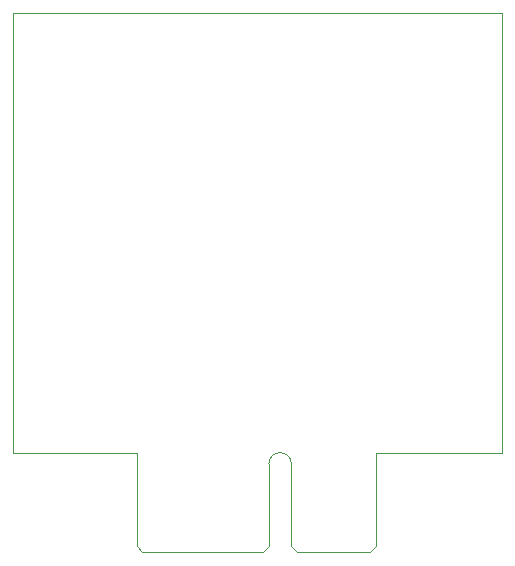
<source format=gbr>
%TF.GenerationSoftware,KiCad,Pcbnew,(6.0.0-0)*%
%TF.CreationDate,2022-02-10T00:31:10-05:00*%
%TF.ProjectId,ROM-Cartridge,524f4d2d-4361-4727-9472-696467652e6b,rev?*%
%TF.SameCoordinates,Original*%
%TF.FileFunction,Profile,NP*%
%FSLAX46Y46*%
G04 Gerber Fmt 4.6, Leading zero omitted, Abs format (unit mm)*
G04 Created by KiCad (PCBNEW (6.0.0-0)) date 2022-02-10 00:31:10*
%MOMM*%
%LPD*%
G01*
G04 APERTURE LIST*
%TA.AperFunction,Profile*%
%ADD10C,0.100000*%
%TD*%
G04 APERTURE END LIST*
D10*
X100380000Y-81300000D02*
X141800000Y-81300000D01*
X100380000Y-118490000D02*
X100380000Y-81300000D01*
X110856000Y-118494000D02*
X100380000Y-118490000D01*
X141800000Y-118490000D02*
X141800000Y-81300000D01*
X131156000Y-118494000D02*
X141800000Y-118490000D01*
%TO.C,J1*%
X122056000Y-119444000D02*
X122056000Y-126394000D01*
X123956000Y-119444000D02*
X123956000Y-126394000D01*
X110856000Y-118494000D02*
X110856000Y-126394000D01*
X111356000Y-126894000D02*
X121556000Y-126894000D01*
X131156000Y-118494000D02*
X131156000Y-126394000D01*
X124456000Y-126894000D02*
X130656000Y-126894000D01*
X110856000Y-126394000D02*
X111356000Y-126894000D01*
X122056000Y-126394000D02*
X121556000Y-126894000D01*
X123956000Y-126394000D02*
X124456000Y-126894000D01*
X131156000Y-126394000D02*
X130656000Y-126894000D01*
X123956000Y-119444000D02*
G75*
G03*
X122056000Y-119444000I-950000J0D01*
G01*
%TD*%
M02*

</source>
